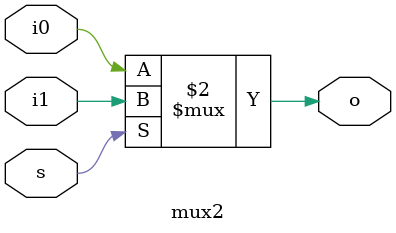
<source format=v>
module mux2 (input wire i0, i1, s, output wire o);
assign o=(s==0)?i0:i1;
endmodule

</source>
